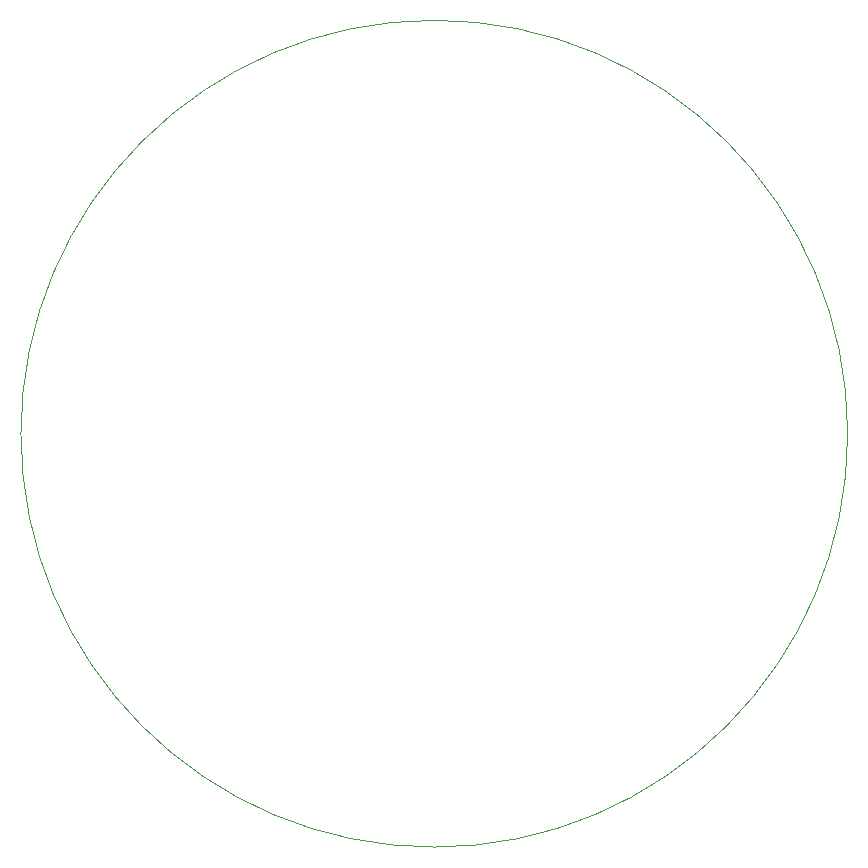
<source format=gbr>
%TF.GenerationSoftware,KiCad,Pcbnew,9.0.6*%
%TF.CreationDate,2026-02-24T16:40:53+01:00*%
%TF.ProjectId,MPC-Status,4d50432d-5374-4617-9475-732e6b696361,rev?*%
%TF.SameCoordinates,Original*%
%TF.FileFunction,Profile,NP*%
%FSLAX46Y46*%
G04 Gerber Fmt 4.6, Leading zero omitted, Abs format (unit mm)*
G04 Created by KiCad (PCBNEW 9.0.6) date 2026-02-24 16:40:53*
%MOMM*%
%LPD*%
G01*
G04 APERTURE LIST*
%TA.AperFunction,Profile*%
%ADD10C,0.038100*%
%TD*%
G04 APERTURE END LIST*
D10*
X185000000Y-105000000D02*
G75*
G02*
X115000000Y-105000000I-35000000J0D01*
G01*
X115000000Y-105000000D02*
G75*
G02*
X185000000Y-105000000I35000000J0D01*
G01*
M02*

</source>
